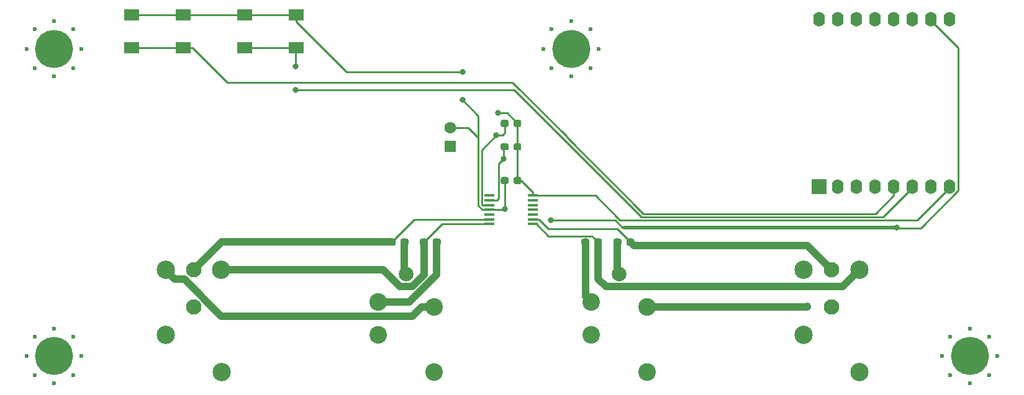
<source format=gbr>
G04 #@! TF.GenerationSoftware,KiCad,Pcbnew,5.1.4+dfsg1-1*
G04 #@! TF.CreationDate,2020-04-24T21:08:45-06:00*
G04 #@! TF.ProjectId,balanced-xlr,62616c61-6e63-4656-942d-786c722e6b69,rev?*
G04 #@! TF.SameCoordinates,Original*
G04 #@! TF.FileFunction,Copper,L1,Top*
G04 #@! TF.FilePolarity,Positive*
%FSLAX46Y46*%
G04 Gerber Fmt 4.6, Leading zero omitted, Abs format (unit mm)*
G04 Created by KiCad (PCBNEW 5.1.4+dfsg1-1) date 2020-04-24 21:08:45*
%MOMM*%
%LPD*%
G04 APERTURE LIST*
%ADD10C,1.600000*%
%ADD11R,1.600000X1.600000*%
%ADD12C,0.600000*%
%ADD13C,5.200000*%
%ADD14C,2.100000*%
%ADD15C,2.500000*%
%ADD16R,1.450000X0.450000*%
%ADD17O,1.600000X2.000000*%
%ADD18R,2.000000X2.000000*%
%ADD19R,2.000000X1.500000*%
%ADD20C,0.100000*%
%ADD21C,0.950000*%
%ADD22C,2.400000*%
%ADD23C,2.000000*%
%ADD24C,0.800000*%
%ADD25C,0.250000*%
%ADD26C,0.500000*%
%ADD27C,1.000000*%
G04 APERTURE END LIST*
D10*
X99500000Y-97000000D03*
D11*
X99500000Y-99500000D03*
D12*
X173000000Y-130800000D03*
X167700000Y-130800000D03*
X173000000Y-125500000D03*
X167700000Y-125500000D03*
X166600000Y-128150000D03*
X174100000Y-128150000D03*
X170350000Y-131900000D03*
X170350000Y-124400000D03*
D13*
X170350000Y-128150000D03*
D12*
X48150000Y-88850000D03*
X42850000Y-88850000D03*
X48150000Y-83550000D03*
X42850000Y-83550000D03*
X41750000Y-86200000D03*
X49250000Y-86200000D03*
X45500000Y-89950000D03*
X45500000Y-82450000D03*
D13*
X45500000Y-86200000D03*
D12*
X48150000Y-130800000D03*
X42850000Y-130800000D03*
X48150000Y-125500000D03*
X42850000Y-125500000D03*
X41750000Y-128150000D03*
X49250000Y-128150000D03*
X45500000Y-131900000D03*
X45500000Y-124400000D03*
D13*
X45500000Y-128150000D03*
D12*
X118650000Y-88850000D03*
X113350000Y-88850000D03*
X118650000Y-83550000D03*
X113350000Y-83550000D03*
X112250000Y-86200000D03*
X119750000Y-86200000D03*
X116000000Y-89950000D03*
X116000000Y-82450000D03*
D13*
X116000000Y-86200000D03*
D14*
X151500000Y-121500000D03*
X151500000Y-116420000D03*
D15*
X155300000Y-116420000D03*
X147700000Y-116420000D03*
X147690000Y-125310000D03*
X155310000Y-130390000D03*
D16*
X110750000Y-106250000D03*
X110750000Y-106900000D03*
X110750000Y-107550000D03*
X110750000Y-108200000D03*
X110750000Y-108850000D03*
X110750000Y-109500000D03*
X110750000Y-110150000D03*
X104850000Y-110150000D03*
X104850000Y-109500000D03*
X104850000Y-108850000D03*
X104850000Y-108200000D03*
X104850000Y-107550000D03*
X104850000Y-106900000D03*
X104850000Y-106250000D03*
D17*
X149800000Y-82140000D03*
X152340000Y-82140000D03*
X154880000Y-82140000D03*
X157420000Y-82140000D03*
X159960000Y-82140000D03*
X162500000Y-82140000D03*
X165040000Y-82140000D03*
X167580000Y-82140000D03*
X167580000Y-105000000D03*
X165040000Y-105000000D03*
X162500000Y-105000000D03*
X159960000Y-105000000D03*
X157420000Y-105000000D03*
X154880000Y-105000000D03*
D18*
X149800000Y-105000000D03*
D17*
X152340000Y-105000000D03*
D19*
X78500000Y-86050000D03*
X71500000Y-86050000D03*
X78500000Y-81550000D03*
X71500000Y-81550000D03*
X56100000Y-81550000D03*
X63100000Y-81550000D03*
X56100000Y-86050000D03*
X63100000Y-86050000D03*
D20*
G36*
X91835779Y-112126144D02*
G01*
X91858834Y-112129563D01*
X91881443Y-112135227D01*
X91903387Y-112143079D01*
X91924457Y-112153044D01*
X91944448Y-112165026D01*
X91963168Y-112178910D01*
X91980438Y-112194562D01*
X91996090Y-112211832D01*
X92009974Y-112230552D01*
X92021956Y-112250543D01*
X92031921Y-112271613D01*
X92039773Y-112293557D01*
X92045437Y-112316166D01*
X92048856Y-112339221D01*
X92050000Y-112362500D01*
X92050000Y-112837500D01*
X92048856Y-112860779D01*
X92045437Y-112883834D01*
X92039773Y-112906443D01*
X92031921Y-112928387D01*
X92021956Y-112949457D01*
X92009974Y-112969448D01*
X91996090Y-112988168D01*
X91980438Y-113005438D01*
X91963168Y-113021090D01*
X91944448Y-113034974D01*
X91924457Y-113046956D01*
X91903387Y-113056921D01*
X91881443Y-113064773D01*
X91858834Y-113070437D01*
X91835779Y-113073856D01*
X91812500Y-113075000D01*
X91237500Y-113075000D01*
X91214221Y-113073856D01*
X91191166Y-113070437D01*
X91168557Y-113064773D01*
X91146613Y-113056921D01*
X91125543Y-113046956D01*
X91105552Y-113034974D01*
X91086832Y-113021090D01*
X91069562Y-113005438D01*
X91053910Y-112988168D01*
X91040026Y-112969448D01*
X91028044Y-112949457D01*
X91018079Y-112928387D01*
X91010227Y-112906443D01*
X91004563Y-112883834D01*
X91001144Y-112860779D01*
X91000000Y-112837500D01*
X91000000Y-112362500D01*
X91001144Y-112339221D01*
X91004563Y-112316166D01*
X91010227Y-112293557D01*
X91018079Y-112271613D01*
X91028044Y-112250543D01*
X91040026Y-112230552D01*
X91053910Y-112211832D01*
X91069562Y-112194562D01*
X91086832Y-112178910D01*
X91105552Y-112165026D01*
X91125543Y-112153044D01*
X91146613Y-112143079D01*
X91168557Y-112135227D01*
X91191166Y-112129563D01*
X91214221Y-112126144D01*
X91237500Y-112125000D01*
X91812500Y-112125000D01*
X91835779Y-112126144D01*
X91835779Y-112126144D01*
G37*
D21*
X91525000Y-112600000D03*
D20*
G36*
X93585779Y-112126144D02*
G01*
X93608834Y-112129563D01*
X93631443Y-112135227D01*
X93653387Y-112143079D01*
X93674457Y-112153044D01*
X93694448Y-112165026D01*
X93713168Y-112178910D01*
X93730438Y-112194562D01*
X93746090Y-112211832D01*
X93759974Y-112230552D01*
X93771956Y-112250543D01*
X93781921Y-112271613D01*
X93789773Y-112293557D01*
X93795437Y-112316166D01*
X93798856Y-112339221D01*
X93800000Y-112362500D01*
X93800000Y-112837500D01*
X93798856Y-112860779D01*
X93795437Y-112883834D01*
X93789773Y-112906443D01*
X93781921Y-112928387D01*
X93771956Y-112949457D01*
X93759974Y-112969448D01*
X93746090Y-112988168D01*
X93730438Y-113005438D01*
X93713168Y-113021090D01*
X93694448Y-113034974D01*
X93674457Y-113046956D01*
X93653387Y-113056921D01*
X93631443Y-113064773D01*
X93608834Y-113070437D01*
X93585779Y-113073856D01*
X93562500Y-113075000D01*
X92987500Y-113075000D01*
X92964221Y-113073856D01*
X92941166Y-113070437D01*
X92918557Y-113064773D01*
X92896613Y-113056921D01*
X92875543Y-113046956D01*
X92855552Y-113034974D01*
X92836832Y-113021090D01*
X92819562Y-113005438D01*
X92803910Y-112988168D01*
X92790026Y-112969448D01*
X92778044Y-112949457D01*
X92768079Y-112928387D01*
X92760227Y-112906443D01*
X92754563Y-112883834D01*
X92751144Y-112860779D01*
X92750000Y-112837500D01*
X92750000Y-112362500D01*
X92751144Y-112339221D01*
X92754563Y-112316166D01*
X92760227Y-112293557D01*
X92768079Y-112271613D01*
X92778044Y-112250543D01*
X92790026Y-112230552D01*
X92803910Y-112211832D01*
X92819562Y-112194562D01*
X92836832Y-112178910D01*
X92855552Y-112165026D01*
X92875543Y-112153044D01*
X92896613Y-112143079D01*
X92918557Y-112135227D01*
X92941166Y-112129563D01*
X92964221Y-112126144D01*
X92987500Y-112125000D01*
X93562500Y-112125000D01*
X93585779Y-112126144D01*
X93585779Y-112126144D01*
G37*
D21*
X93275000Y-112600000D03*
D20*
G36*
X96235779Y-112126144D02*
G01*
X96258834Y-112129563D01*
X96281443Y-112135227D01*
X96303387Y-112143079D01*
X96324457Y-112153044D01*
X96344448Y-112165026D01*
X96363168Y-112178910D01*
X96380438Y-112194562D01*
X96396090Y-112211832D01*
X96409974Y-112230552D01*
X96421956Y-112250543D01*
X96431921Y-112271613D01*
X96439773Y-112293557D01*
X96445437Y-112316166D01*
X96448856Y-112339221D01*
X96450000Y-112362500D01*
X96450000Y-112837500D01*
X96448856Y-112860779D01*
X96445437Y-112883834D01*
X96439773Y-112906443D01*
X96431921Y-112928387D01*
X96421956Y-112949457D01*
X96409974Y-112969448D01*
X96396090Y-112988168D01*
X96380438Y-113005438D01*
X96363168Y-113021090D01*
X96344448Y-113034974D01*
X96324457Y-113046956D01*
X96303387Y-113056921D01*
X96281443Y-113064773D01*
X96258834Y-113070437D01*
X96235779Y-113073856D01*
X96212500Y-113075000D01*
X95637500Y-113075000D01*
X95614221Y-113073856D01*
X95591166Y-113070437D01*
X95568557Y-113064773D01*
X95546613Y-113056921D01*
X95525543Y-113046956D01*
X95505552Y-113034974D01*
X95486832Y-113021090D01*
X95469562Y-113005438D01*
X95453910Y-112988168D01*
X95440026Y-112969448D01*
X95428044Y-112949457D01*
X95418079Y-112928387D01*
X95410227Y-112906443D01*
X95404563Y-112883834D01*
X95401144Y-112860779D01*
X95400000Y-112837500D01*
X95400000Y-112362500D01*
X95401144Y-112339221D01*
X95404563Y-112316166D01*
X95410227Y-112293557D01*
X95418079Y-112271613D01*
X95428044Y-112250543D01*
X95440026Y-112230552D01*
X95453910Y-112211832D01*
X95469562Y-112194562D01*
X95486832Y-112178910D01*
X95505552Y-112165026D01*
X95525543Y-112153044D01*
X95546613Y-112143079D01*
X95568557Y-112135227D01*
X95591166Y-112129563D01*
X95614221Y-112126144D01*
X95637500Y-112125000D01*
X96212500Y-112125000D01*
X96235779Y-112126144D01*
X96235779Y-112126144D01*
G37*
D21*
X95925000Y-112600000D03*
D20*
G36*
X97985779Y-112126144D02*
G01*
X98008834Y-112129563D01*
X98031443Y-112135227D01*
X98053387Y-112143079D01*
X98074457Y-112153044D01*
X98094448Y-112165026D01*
X98113168Y-112178910D01*
X98130438Y-112194562D01*
X98146090Y-112211832D01*
X98159974Y-112230552D01*
X98171956Y-112250543D01*
X98181921Y-112271613D01*
X98189773Y-112293557D01*
X98195437Y-112316166D01*
X98198856Y-112339221D01*
X98200000Y-112362500D01*
X98200000Y-112837500D01*
X98198856Y-112860779D01*
X98195437Y-112883834D01*
X98189773Y-112906443D01*
X98181921Y-112928387D01*
X98171956Y-112949457D01*
X98159974Y-112969448D01*
X98146090Y-112988168D01*
X98130438Y-113005438D01*
X98113168Y-113021090D01*
X98094448Y-113034974D01*
X98074457Y-113046956D01*
X98053387Y-113056921D01*
X98031443Y-113064773D01*
X98008834Y-113070437D01*
X97985779Y-113073856D01*
X97962500Y-113075000D01*
X97387500Y-113075000D01*
X97364221Y-113073856D01*
X97341166Y-113070437D01*
X97318557Y-113064773D01*
X97296613Y-113056921D01*
X97275543Y-113046956D01*
X97255552Y-113034974D01*
X97236832Y-113021090D01*
X97219562Y-113005438D01*
X97203910Y-112988168D01*
X97190026Y-112969448D01*
X97178044Y-112949457D01*
X97168079Y-112928387D01*
X97160227Y-112906443D01*
X97154563Y-112883834D01*
X97151144Y-112860779D01*
X97150000Y-112837500D01*
X97150000Y-112362500D01*
X97151144Y-112339221D01*
X97154563Y-112316166D01*
X97160227Y-112293557D01*
X97168079Y-112271613D01*
X97178044Y-112250543D01*
X97190026Y-112230552D01*
X97203910Y-112211832D01*
X97219562Y-112194562D01*
X97236832Y-112178910D01*
X97255552Y-112165026D01*
X97275543Y-112153044D01*
X97296613Y-112143079D01*
X97318557Y-112135227D01*
X97341166Y-112129563D01*
X97364221Y-112126144D01*
X97387500Y-112125000D01*
X97962500Y-112125000D01*
X97985779Y-112126144D01*
X97985779Y-112126144D01*
G37*
D21*
X97675000Y-112600000D03*
D20*
G36*
X122635779Y-112126144D02*
G01*
X122658834Y-112129563D01*
X122681443Y-112135227D01*
X122703387Y-112143079D01*
X122724457Y-112153044D01*
X122744448Y-112165026D01*
X122763168Y-112178910D01*
X122780438Y-112194562D01*
X122796090Y-112211832D01*
X122809974Y-112230552D01*
X122821956Y-112250543D01*
X122831921Y-112271613D01*
X122839773Y-112293557D01*
X122845437Y-112316166D01*
X122848856Y-112339221D01*
X122850000Y-112362500D01*
X122850000Y-112837500D01*
X122848856Y-112860779D01*
X122845437Y-112883834D01*
X122839773Y-112906443D01*
X122831921Y-112928387D01*
X122821956Y-112949457D01*
X122809974Y-112969448D01*
X122796090Y-112988168D01*
X122780438Y-113005438D01*
X122763168Y-113021090D01*
X122744448Y-113034974D01*
X122724457Y-113046956D01*
X122703387Y-113056921D01*
X122681443Y-113064773D01*
X122658834Y-113070437D01*
X122635779Y-113073856D01*
X122612500Y-113075000D01*
X122037500Y-113075000D01*
X122014221Y-113073856D01*
X121991166Y-113070437D01*
X121968557Y-113064773D01*
X121946613Y-113056921D01*
X121925543Y-113046956D01*
X121905552Y-113034974D01*
X121886832Y-113021090D01*
X121869562Y-113005438D01*
X121853910Y-112988168D01*
X121840026Y-112969448D01*
X121828044Y-112949457D01*
X121818079Y-112928387D01*
X121810227Y-112906443D01*
X121804563Y-112883834D01*
X121801144Y-112860779D01*
X121800000Y-112837500D01*
X121800000Y-112362500D01*
X121801144Y-112339221D01*
X121804563Y-112316166D01*
X121810227Y-112293557D01*
X121818079Y-112271613D01*
X121828044Y-112250543D01*
X121840026Y-112230552D01*
X121853910Y-112211832D01*
X121869562Y-112194562D01*
X121886832Y-112178910D01*
X121905552Y-112165026D01*
X121925543Y-112153044D01*
X121946613Y-112143079D01*
X121968557Y-112135227D01*
X121991166Y-112129563D01*
X122014221Y-112126144D01*
X122037500Y-112125000D01*
X122612500Y-112125000D01*
X122635779Y-112126144D01*
X122635779Y-112126144D01*
G37*
D21*
X122325000Y-112600000D03*
D20*
G36*
X124385779Y-112126144D02*
G01*
X124408834Y-112129563D01*
X124431443Y-112135227D01*
X124453387Y-112143079D01*
X124474457Y-112153044D01*
X124494448Y-112165026D01*
X124513168Y-112178910D01*
X124530438Y-112194562D01*
X124546090Y-112211832D01*
X124559974Y-112230552D01*
X124571956Y-112250543D01*
X124581921Y-112271613D01*
X124589773Y-112293557D01*
X124595437Y-112316166D01*
X124598856Y-112339221D01*
X124600000Y-112362500D01*
X124600000Y-112837500D01*
X124598856Y-112860779D01*
X124595437Y-112883834D01*
X124589773Y-112906443D01*
X124581921Y-112928387D01*
X124571956Y-112949457D01*
X124559974Y-112969448D01*
X124546090Y-112988168D01*
X124530438Y-113005438D01*
X124513168Y-113021090D01*
X124494448Y-113034974D01*
X124474457Y-113046956D01*
X124453387Y-113056921D01*
X124431443Y-113064773D01*
X124408834Y-113070437D01*
X124385779Y-113073856D01*
X124362500Y-113075000D01*
X123787500Y-113075000D01*
X123764221Y-113073856D01*
X123741166Y-113070437D01*
X123718557Y-113064773D01*
X123696613Y-113056921D01*
X123675543Y-113046956D01*
X123655552Y-113034974D01*
X123636832Y-113021090D01*
X123619562Y-113005438D01*
X123603910Y-112988168D01*
X123590026Y-112969448D01*
X123578044Y-112949457D01*
X123568079Y-112928387D01*
X123560227Y-112906443D01*
X123554563Y-112883834D01*
X123551144Y-112860779D01*
X123550000Y-112837500D01*
X123550000Y-112362500D01*
X123551144Y-112339221D01*
X123554563Y-112316166D01*
X123560227Y-112293557D01*
X123568079Y-112271613D01*
X123578044Y-112250543D01*
X123590026Y-112230552D01*
X123603910Y-112211832D01*
X123619562Y-112194562D01*
X123636832Y-112178910D01*
X123655552Y-112165026D01*
X123675543Y-112153044D01*
X123696613Y-112143079D01*
X123718557Y-112135227D01*
X123741166Y-112129563D01*
X123764221Y-112126144D01*
X123787500Y-112125000D01*
X124362500Y-112125000D01*
X124385779Y-112126144D01*
X124385779Y-112126144D01*
G37*
D21*
X124075000Y-112600000D03*
D20*
G36*
X119985779Y-112126144D02*
G01*
X120008834Y-112129563D01*
X120031443Y-112135227D01*
X120053387Y-112143079D01*
X120074457Y-112153044D01*
X120094448Y-112165026D01*
X120113168Y-112178910D01*
X120130438Y-112194562D01*
X120146090Y-112211832D01*
X120159974Y-112230552D01*
X120171956Y-112250543D01*
X120181921Y-112271613D01*
X120189773Y-112293557D01*
X120195437Y-112316166D01*
X120198856Y-112339221D01*
X120200000Y-112362500D01*
X120200000Y-112837500D01*
X120198856Y-112860779D01*
X120195437Y-112883834D01*
X120189773Y-112906443D01*
X120181921Y-112928387D01*
X120171956Y-112949457D01*
X120159974Y-112969448D01*
X120146090Y-112988168D01*
X120130438Y-113005438D01*
X120113168Y-113021090D01*
X120094448Y-113034974D01*
X120074457Y-113046956D01*
X120053387Y-113056921D01*
X120031443Y-113064773D01*
X120008834Y-113070437D01*
X119985779Y-113073856D01*
X119962500Y-113075000D01*
X119387500Y-113075000D01*
X119364221Y-113073856D01*
X119341166Y-113070437D01*
X119318557Y-113064773D01*
X119296613Y-113056921D01*
X119275543Y-113046956D01*
X119255552Y-113034974D01*
X119236832Y-113021090D01*
X119219562Y-113005438D01*
X119203910Y-112988168D01*
X119190026Y-112969448D01*
X119178044Y-112949457D01*
X119168079Y-112928387D01*
X119160227Y-112906443D01*
X119154563Y-112883834D01*
X119151144Y-112860779D01*
X119150000Y-112837500D01*
X119150000Y-112362500D01*
X119151144Y-112339221D01*
X119154563Y-112316166D01*
X119160227Y-112293557D01*
X119168079Y-112271613D01*
X119178044Y-112250543D01*
X119190026Y-112230552D01*
X119203910Y-112211832D01*
X119219562Y-112194562D01*
X119236832Y-112178910D01*
X119255552Y-112165026D01*
X119275543Y-112153044D01*
X119296613Y-112143079D01*
X119318557Y-112135227D01*
X119341166Y-112129563D01*
X119364221Y-112126144D01*
X119387500Y-112125000D01*
X119962500Y-112125000D01*
X119985779Y-112126144D01*
X119985779Y-112126144D01*
G37*
D21*
X119675000Y-112600000D03*
D20*
G36*
X118235779Y-112126144D02*
G01*
X118258834Y-112129563D01*
X118281443Y-112135227D01*
X118303387Y-112143079D01*
X118324457Y-112153044D01*
X118344448Y-112165026D01*
X118363168Y-112178910D01*
X118380438Y-112194562D01*
X118396090Y-112211832D01*
X118409974Y-112230552D01*
X118421956Y-112250543D01*
X118431921Y-112271613D01*
X118439773Y-112293557D01*
X118445437Y-112316166D01*
X118448856Y-112339221D01*
X118450000Y-112362500D01*
X118450000Y-112837500D01*
X118448856Y-112860779D01*
X118445437Y-112883834D01*
X118439773Y-112906443D01*
X118431921Y-112928387D01*
X118421956Y-112949457D01*
X118409974Y-112969448D01*
X118396090Y-112988168D01*
X118380438Y-113005438D01*
X118363168Y-113021090D01*
X118344448Y-113034974D01*
X118324457Y-113046956D01*
X118303387Y-113056921D01*
X118281443Y-113064773D01*
X118258834Y-113070437D01*
X118235779Y-113073856D01*
X118212500Y-113075000D01*
X117637500Y-113075000D01*
X117614221Y-113073856D01*
X117591166Y-113070437D01*
X117568557Y-113064773D01*
X117546613Y-113056921D01*
X117525543Y-113046956D01*
X117505552Y-113034974D01*
X117486832Y-113021090D01*
X117469562Y-113005438D01*
X117453910Y-112988168D01*
X117440026Y-112969448D01*
X117428044Y-112949457D01*
X117418079Y-112928387D01*
X117410227Y-112906443D01*
X117404563Y-112883834D01*
X117401144Y-112860779D01*
X117400000Y-112837500D01*
X117400000Y-112362500D01*
X117401144Y-112339221D01*
X117404563Y-112316166D01*
X117410227Y-112293557D01*
X117418079Y-112271613D01*
X117428044Y-112250543D01*
X117440026Y-112230552D01*
X117453910Y-112211832D01*
X117469562Y-112194562D01*
X117486832Y-112178910D01*
X117505552Y-112165026D01*
X117525543Y-112153044D01*
X117546613Y-112143079D01*
X117568557Y-112135227D01*
X117591166Y-112129563D01*
X117614221Y-112126144D01*
X117637500Y-112125000D01*
X118212500Y-112125000D01*
X118235779Y-112126144D01*
X118235779Y-112126144D01*
G37*
D21*
X117925000Y-112600000D03*
D20*
G36*
X107235779Y-95926144D02*
G01*
X107258834Y-95929563D01*
X107281443Y-95935227D01*
X107303387Y-95943079D01*
X107324457Y-95953044D01*
X107344448Y-95965026D01*
X107363168Y-95978910D01*
X107380438Y-95994562D01*
X107396090Y-96011832D01*
X107409974Y-96030552D01*
X107421956Y-96050543D01*
X107431921Y-96071613D01*
X107439773Y-96093557D01*
X107445437Y-96116166D01*
X107448856Y-96139221D01*
X107450000Y-96162500D01*
X107450000Y-96637500D01*
X107448856Y-96660779D01*
X107445437Y-96683834D01*
X107439773Y-96706443D01*
X107431921Y-96728387D01*
X107421956Y-96749457D01*
X107409974Y-96769448D01*
X107396090Y-96788168D01*
X107380438Y-96805438D01*
X107363168Y-96821090D01*
X107344448Y-96834974D01*
X107324457Y-96846956D01*
X107303387Y-96856921D01*
X107281443Y-96864773D01*
X107258834Y-96870437D01*
X107235779Y-96873856D01*
X107212500Y-96875000D01*
X106637500Y-96875000D01*
X106614221Y-96873856D01*
X106591166Y-96870437D01*
X106568557Y-96864773D01*
X106546613Y-96856921D01*
X106525543Y-96846956D01*
X106505552Y-96834974D01*
X106486832Y-96821090D01*
X106469562Y-96805438D01*
X106453910Y-96788168D01*
X106440026Y-96769448D01*
X106428044Y-96749457D01*
X106418079Y-96728387D01*
X106410227Y-96706443D01*
X106404563Y-96683834D01*
X106401144Y-96660779D01*
X106400000Y-96637500D01*
X106400000Y-96162500D01*
X106401144Y-96139221D01*
X106404563Y-96116166D01*
X106410227Y-96093557D01*
X106418079Y-96071613D01*
X106428044Y-96050543D01*
X106440026Y-96030552D01*
X106453910Y-96011832D01*
X106469562Y-95994562D01*
X106486832Y-95978910D01*
X106505552Y-95965026D01*
X106525543Y-95953044D01*
X106546613Y-95943079D01*
X106568557Y-95935227D01*
X106591166Y-95929563D01*
X106614221Y-95926144D01*
X106637500Y-95925000D01*
X107212500Y-95925000D01*
X107235779Y-95926144D01*
X107235779Y-95926144D01*
G37*
D21*
X106925000Y-96400000D03*
D20*
G36*
X108985779Y-95926144D02*
G01*
X109008834Y-95929563D01*
X109031443Y-95935227D01*
X109053387Y-95943079D01*
X109074457Y-95953044D01*
X109094448Y-95965026D01*
X109113168Y-95978910D01*
X109130438Y-95994562D01*
X109146090Y-96011832D01*
X109159974Y-96030552D01*
X109171956Y-96050543D01*
X109181921Y-96071613D01*
X109189773Y-96093557D01*
X109195437Y-96116166D01*
X109198856Y-96139221D01*
X109200000Y-96162500D01*
X109200000Y-96637500D01*
X109198856Y-96660779D01*
X109195437Y-96683834D01*
X109189773Y-96706443D01*
X109181921Y-96728387D01*
X109171956Y-96749457D01*
X109159974Y-96769448D01*
X109146090Y-96788168D01*
X109130438Y-96805438D01*
X109113168Y-96821090D01*
X109094448Y-96834974D01*
X109074457Y-96846956D01*
X109053387Y-96856921D01*
X109031443Y-96864773D01*
X109008834Y-96870437D01*
X108985779Y-96873856D01*
X108962500Y-96875000D01*
X108387500Y-96875000D01*
X108364221Y-96873856D01*
X108341166Y-96870437D01*
X108318557Y-96864773D01*
X108296613Y-96856921D01*
X108275543Y-96846956D01*
X108255552Y-96834974D01*
X108236832Y-96821090D01*
X108219562Y-96805438D01*
X108203910Y-96788168D01*
X108190026Y-96769448D01*
X108178044Y-96749457D01*
X108168079Y-96728387D01*
X108160227Y-96706443D01*
X108154563Y-96683834D01*
X108151144Y-96660779D01*
X108150000Y-96637500D01*
X108150000Y-96162500D01*
X108151144Y-96139221D01*
X108154563Y-96116166D01*
X108160227Y-96093557D01*
X108168079Y-96071613D01*
X108178044Y-96050543D01*
X108190026Y-96030552D01*
X108203910Y-96011832D01*
X108219562Y-95994562D01*
X108236832Y-95978910D01*
X108255552Y-95965026D01*
X108275543Y-95953044D01*
X108296613Y-95943079D01*
X108318557Y-95935227D01*
X108341166Y-95929563D01*
X108364221Y-95926144D01*
X108387500Y-95925000D01*
X108962500Y-95925000D01*
X108985779Y-95926144D01*
X108985779Y-95926144D01*
G37*
D21*
X108675000Y-96400000D03*
D20*
G36*
X107235779Y-99126144D02*
G01*
X107258834Y-99129563D01*
X107281443Y-99135227D01*
X107303387Y-99143079D01*
X107324457Y-99153044D01*
X107344448Y-99165026D01*
X107363168Y-99178910D01*
X107380438Y-99194562D01*
X107396090Y-99211832D01*
X107409974Y-99230552D01*
X107421956Y-99250543D01*
X107431921Y-99271613D01*
X107439773Y-99293557D01*
X107445437Y-99316166D01*
X107448856Y-99339221D01*
X107450000Y-99362500D01*
X107450000Y-99837500D01*
X107448856Y-99860779D01*
X107445437Y-99883834D01*
X107439773Y-99906443D01*
X107431921Y-99928387D01*
X107421956Y-99949457D01*
X107409974Y-99969448D01*
X107396090Y-99988168D01*
X107380438Y-100005438D01*
X107363168Y-100021090D01*
X107344448Y-100034974D01*
X107324457Y-100046956D01*
X107303387Y-100056921D01*
X107281443Y-100064773D01*
X107258834Y-100070437D01*
X107235779Y-100073856D01*
X107212500Y-100075000D01*
X106637500Y-100075000D01*
X106614221Y-100073856D01*
X106591166Y-100070437D01*
X106568557Y-100064773D01*
X106546613Y-100056921D01*
X106525543Y-100046956D01*
X106505552Y-100034974D01*
X106486832Y-100021090D01*
X106469562Y-100005438D01*
X106453910Y-99988168D01*
X106440026Y-99969448D01*
X106428044Y-99949457D01*
X106418079Y-99928387D01*
X106410227Y-99906443D01*
X106404563Y-99883834D01*
X106401144Y-99860779D01*
X106400000Y-99837500D01*
X106400000Y-99362500D01*
X106401144Y-99339221D01*
X106404563Y-99316166D01*
X106410227Y-99293557D01*
X106418079Y-99271613D01*
X106428044Y-99250543D01*
X106440026Y-99230552D01*
X106453910Y-99211832D01*
X106469562Y-99194562D01*
X106486832Y-99178910D01*
X106505552Y-99165026D01*
X106525543Y-99153044D01*
X106546613Y-99143079D01*
X106568557Y-99135227D01*
X106591166Y-99129563D01*
X106614221Y-99126144D01*
X106637500Y-99125000D01*
X107212500Y-99125000D01*
X107235779Y-99126144D01*
X107235779Y-99126144D01*
G37*
D21*
X106925000Y-99600000D03*
D20*
G36*
X108985779Y-99126144D02*
G01*
X109008834Y-99129563D01*
X109031443Y-99135227D01*
X109053387Y-99143079D01*
X109074457Y-99153044D01*
X109094448Y-99165026D01*
X109113168Y-99178910D01*
X109130438Y-99194562D01*
X109146090Y-99211832D01*
X109159974Y-99230552D01*
X109171956Y-99250543D01*
X109181921Y-99271613D01*
X109189773Y-99293557D01*
X109195437Y-99316166D01*
X109198856Y-99339221D01*
X109200000Y-99362500D01*
X109200000Y-99837500D01*
X109198856Y-99860779D01*
X109195437Y-99883834D01*
X109189773Y-99906443D01*
X109181921Y-99928387D01*
X109171956Y-99949457D01*
X109159974Y-99969448D01*
X109146090Y-99988168D01*
X109130438Y-100005438D01*
X109113168Y-100021090D01*
X109094448Y-100034974D01*
X109074457Y-100046956D01*
X109053387Y-100056921D01*
X109031443Y-100064773D01*
X109008834Y-100070437D01*
X108985779Y-100073856D01*
X108962500Y-100075000D01*
X108387500Y-100075000D01*
X108364221Y-100073856D01*
X108341166Y-100070437D01*
X108318557Y-100064773D01*
X108296613Y-100056921D01*
X108275543Y-100046956D01*
X108255552Y-100034974D01*
X108236832Y-100021090D01*
X108219562Y-100005438D01*
X108203910Y-99988168D01*
X108190026Y-99969448D01*
X108178044Y-99949457D01*
X108168079Y-99928387D01*
X108160227Y-99906443D01*
X108154563Y-99883834D01*
X108151144Y-99860779D01*
X108150000Y-99837500D01*
X108150000Y-99362500D01*
X108151144Y-99339221D01*
X108154563Y-99316166D01*
X108160227Y-99293557D01*
X108168079Y-99271613D01*
X108178044Y-99250543D01*
X108190026Y-99230552D01*
X108203910Y-99211832D01*
X108219562Y-99194562D01*
X108236832Y-99178910D01*
X108255552Y-99165026D01*
X108275543Y-99153044D01*
X108296613Y-99143079D01*
X108318557Y-99135227D01*
X108341166Y-99129563D01*
X108364221Y-99126144D01*
X108387500Y-99125000D01*
X108962500Y-99125000D01*
X108985779Y-99126144D01*
X108985779Y-99126144D01*
G37*
D21*
X108675000Y-99600000D03*
D14*
X64500000Y-121500000D03*
X64500000Y-116420000D03*
D15*
X68300000Y-116420000D03*
X60700000Y-116420000D03*
X60690000Y-125310000D03*
X68310000Y-130390000D03*
D22*
X118690000Y-125260000D03*
X126310000Y-130340000D03*
X118690000Y-120815000D03*
X126310000Y-121450000D03*
D23*
X122500000Y-117000000D03*
D22*
X89690000Y-125260000D03*
X97310000Y-130340000D03*
X89690000Y-120815000D03*
X97310000Y-121450000D03*
D23*
X93500000Y-117000000D03*
D20*
G36*
X107235779Y-103726144D02*
G01*
X107258834Y-103729563D01*
X107281443Y-103735227D01*
X107303387Y-103743079D01*
X107324457Y-103753044D01*
X107344448Y-103765026D01*
X107363168Y-103778910D01*
X107380438Y-103794562D01*
X107396090Y-103811832D01*
X107409974Y-103830552D01*
X107421956Y-103850543D01*
X107431921Y-103871613D01*
X107439773Y-103893557D01*
X107445437Y-103916166D01*
X107448856Y-103939221D01*
X107450000Y-103962500D01*
X107450000Y-104437500D01*
X107448856Y-104460779D01*
X107445437Y-104483834D01*
X107439773Y-104506443D01*
X107431921Y-104528387D01*
X107421956Y-104549457D01*
X107409974Y-104569448D01*
X107396090Y-104588168D01*
X107380438Y-104605438D01*
X107363168Y-104621090D01*
X107344448Y-104634974D01*
X107324457Y-104646956D01*
X107303387Y-104656921D01*
X107281443Y-104664773D01*
X107258834Y-104670437D01*
X107235779Y-104673856D01*
X107212500Y-104675000D01*
X106637500Y-104675000D01*
X106614221Y-104673856D01*
X106591166Y-104670437D01*
X106568557Y-104664773D01*
X106546613Y-104656921D01*
X106525543Y-104646956D01*
X106505552Y-104634974D01*
X106486832Y-104621090D01*
X106469562Y-104605438D01*
X106453910Y-104588168D01*
X106440026Y-104569448D01*
X106428044Y-104549457D01*
X106418079Y-104528387D01*
X106410227Y-104506443D01*
X106404563Y-104483834D01*
X106401144Y-104460779D01*
X106400000Y-104437500D01*
X106400000Y-103962500D01*
X106401144Y-103939221D01*
X106404563Y-103916166D01*
X106410227Y-103893557D01*
X106418079Y-103871613D01*
X106428044Y-103850543D01*
X106440026Y-103830552D01*
X106453910Y-103811832D01*
X106469562Y-103794562D01*
X106486832Y-103778910D01*
X106505552Y-103765026D01*
X106525543Y-103753044D01*
X106546613Y-103743079D01*
X106568557Y-103735227D01*
X106591166Y-103729563D01*
X106614221Y-103726144D01*
X106637500Y-103725000D01*
X107212500Y-103725000D01*
X107235779Y-103726144D01*
X107235779Y-103726144D01*
G37*
D21*
X106925000Y-104200000D03*
D20*
G36*
X108985779Y-103726144D02*
G01*
X109008834Y-103729563D01*
X109031443Y-103735227D01*
X109053387Y-103743079D01*
X109074457Y-103753044D01*
X109094448Y-103765026D01*
X109113168Y-103778910D01*
X109130438Y-103794562D01*
X109146090Y-103811832D01*
X109159974Y-103830552D01*
X109171956Y-103850543D01*
X109181921Y-103871613D01*
X109189773Y-103893557D01*
X109195437Y-103916166D01*
X109198856Y-103939221D01*
X109200000Y-103962500D01*
X109200000Y-104437500D01*
X109198856Y-104460779D01*
X109195437Y-104483834D01*
X109189773Y-104506443D01*
X109181921Y-104528387D01*
X109171956Y-104549457D01*
X109159974Y-104569448D01*
X109146090Y-104588168D01*
X109130438Y-104605438D01*
X109113168Y-104621090D01*
X109094448Y-104634974D01*
X109074457Y-104646956D01*
X109053387Y-104656921D01*
X109031443Y-104664773D01*
X109008834Y-104670437D01*
X108985779Y-104673856D01*
X108962500Y-104675000D01*
X108387500Y-104675000D01*
X108364221Y-104673856D01*
X108341166Y-104670437D01*
X108318557Y-104664773D01*
X108296613Y-104656921D01*
X108275543Y-104646956D01*
X108255552Y-104634974D01*
X108236832Y-104621090D01*
X108219562Y-104605438D01*
X108203910Y-104588168D01*
X108190026Y-104569448D01*
X108178044Y-104549457D01*
X108168079Y-104528387D01*
X108160227Y-104506443D01*
X108154563Y-104483834D01*
X108151144Y-104460779D01*
X108150000Y-104437500D01*
X108150000Y-103962500D01*
X108151144Y-103939221D01*
X108154563Y-103916166D01*
X108160227Y-103893557D01*
X108168079Y-103871613D01*
X108178044Y-103850543D01*
X108190026Y-103830552D01*
X108203910Y-103811832D01*
X108219562Y-103794562D01*
X108236832Y-103778910D01*
X108255552Y-103765026D01*
X108275543Y-103753044D01*
X108296613Y-103743079D01*
X108318557Y-103735227D01*
X108341166Y-103729563D01*
X108364221Y-103726144D01*
X108387500Y-103725000D01*
X108962500Y-103725000D01*
X108985779Y-103726144D01*
X108985779Y-103726144D01*
G37*
D21*
X108675000Y-104200000D03*
D24*
X101200000Y-93200000D03*
X101200000Y-89400000D03*
X160400000Y-110600000D03*
X106925000Y-108075000D03*
X113250010Y-109650010D03*
X106000000Y-95000000D03*
X148200000Y-121400000D03*
X106800000Y-101200000D03*
X105800000Y-98000000D03*
X78400000Y-91800000D03*
X78400000Y-88600000D03*
D25*
X165040000Y-82340000D02*
X168800000Y-86100000D01*
X165040000Y-82140000D02*
X165040000Y-82340000D01*
X168800000Y-86100000D02*
X168800000Y-105571004D01*
X168800000Y-105571004D02*
X163671003Y-110700001D01*
X103875000Y-108200000D02*
X103788591Y-108113591D01*
X103788591Y-108113591D02*
X103788591Y-108100001D01*
X103788591Y-108100001D02*
X103349989Y-107661399D01*
X103349991Y-95349991D02*
X101200000Y-93200000D01*
X104850000Y-108200000D02*
X103875000Y-108200000D01*
X78500000Y-82550000D02*
X78500000Y-81550000D01*
X101200000Y-89400000D02*
X85350000Y-89400000D01*
X85350000Y-89400000D02*
X78500000Y-82550000D01*
X78500000Y-81550000D02*
X71500000Y-81550000D01*
X70250000Y-81550000D02*
X63100000Y-81550000D01*
X71500000Y-81550000D02*
X70250000Y-81550000D01*
X63100000Y-81550000D02*
X56100000Y-81550000D01*
X163671003Y-110700001D02*
X160500001Y-110700001D01*
X160500001Y-110700001D02*
X160400000Y-110600000D01*
X106925000Y-108075000D02*
X106925000Y-104200000D01*
X106800000Y-108200000D02*
X104850000Y-108200000D01*
X106925000Y-108075000D02*
X106800000Y-108200000D01*
D26*
X160400000Y-110600000D02*
X123200000Y-110600000D01*
D25*
X123200000Y-110600000D02*
X123000000Y-110600000D01*
X122050010Y-109650010D02*
X113250010Y-109650010D01*
X123000000Y-110600000D02*
X122050010Y-109650010D01*
X103349991Y-98349991D02*
X102000000Y-97000000D01*
X103349989Y-107661399D02*
X103349991Y-98349991D01*
X103349991Y-98349991D02*
X103349991Y-95349991D01*
X102000000Y-97000000D02*
X99500000Y-97000000D01*
X109175000Y-104200000D02*
X108675000Y-104200000D01*
X110750000Y-106250000D02*
X110750000Y-105775000D01*
X110750000Y-105775000D02*
X109175000Y-104200000D01*
X108675000Y-104200000D02*
X108675000Y-99600000D01*
X108675000Y-99025000D02*
X108675000Y-96400000D01*
X108675000Y-99600000D02*
X108675000Y-99025000D01*
X122386400Y-109349989D02*
X119286411Y-106250000D01*
X119286411Y-106250000D02*
X111725000Y-106250000D01*
X167580000Y-105200000D02*
X163154969Y-109625031D01*
X122661441Y-109625031D02*
X122386400Y-109349989D01*
X163154969Y-109625031D02*
X122661441Y-109625031D01*
X167580000Y-105000000D02*
X167580000Y-105200000D01*
X111725000Y-106250000D02*
X110750000Y-106250000D01*
X107275000Y-95000000D02*
X108675000Y-96400000D01*
X106000000Y-95000000D02*
X107275000Y-95000000D01*
D27*
X93898073Y-120815000D02*
X91387056Y-120815000D01*
X97675000Y-117038073D02*
X93898073Y-120815000D01*
X91387056Y-120815000D02*
X89690000Y-120815000D01*
X97675000Y-112600000D02*
X97675000Y-117038073D01*
X61949999Y-117669999D02*
X60700000Y-116420000D01*
X95612944Y-121450000D02*
X94347943Y-122715001D01*
X94347943Y-122715001D02*
X68305003Y-122715001D01*
X63260001Y-117669999D02*
X61949999Y-117669999D01*
X97310000Y-121450000D02*
X95612944Y-121450000D01*
X68305003Y-122715001D02*
X63260001Y-117669999D01*
X93275000Y-116775000D02*
X93500000Y-117000000D01*
X93275000Y-112600000D02*
X93275000Y-116775000D01*
X118690000Y-120815000D02*
X117925000Y-120050000D01*
X117925000Y-120050000D02*
X117925000Y-112600000D01*
X126310000Y-121450000D02*
X148150000Y-121450000D01*
X148150000Y-121450000D02*
X148200000Y-121400000D01*
X122325000Y-116825000D02*
X122500000Y-117000000D01*
X122325000Y-112600000D02*
X122325000Y-116825000D01*
D25*
X94625000Y-109500000D02*
X91525000Y-112600000D01*
X104850000Y-109500000D02*
X94625000Y-109500000D01*
D27*
X68320000Y-112600000D02*
X64500000Y-116420000D01*
X91525000Y-112600000D02*
X68320000Y-112600000D01*
D25*
X98375000Y-110150000D02*
X95925000Y-112600000D01*
X104850000Y-110150000D02*
X98375000Y-110150000D01*
D27*
X95925000Y-113175000D02*
X95925000Y-112600000D01*
X95925000Y-117091002D02*
X95925000Y-113175000D01*
X94316001Y-118700001D02*
X95925000Y-117091002D01*
X92683999Y-118700001D02*
X94316001Y-118700001D01*
X90403998Y-116420000D02*
X92683999Y-118700001D01*
X68300000Y-116420000D02*
X90403998Y-116420000D01*
X153019999Y-118700001D02*
X154050001Y-117669999D01*
X120747999Y-118700001D02*
X153019999Y-118700001D01*
X154050001Y-117669999D02*
X155300000Y-116420000D01*
X119675000Y-112600000D02*
X119675000Y-117627002D01*
X119675000Y-117627002D02*
X120747999Y-118700001D01*
D25*
X111250000Y-110150000D02*
X112874989Y-111774989D01*
X119175928Y-112100928D02*
X119675000Y-112600000D01*
X118849989Y-111774989D02*
X119175928Y-112100928D01*
X110750000Y-110150000D02*
X111250000Y-110150000D01*
X112874989Y-111774989D02*
X118849989Y-111774989D01*
X106800000Y-99725000D02*
X106925000Y-99600000D01*
X106800000Y-101200000D02*
X106800000Y-99725000D01*
X106074990Y-106650010D02*
X105825000Y-106900000D01*
X105825000Y-106900000D02*
X104850000Y-106900000D01*
X106800000Y-101200000D02*
X106074990Y-101925010D01*
X106074990Y-101925010D02*
X106074990Y-106650010D01*
X105800000Y-98000000D02*
X106600000Y-98000000D01*
X106925000Y-97675000D02*
X106925000Y-96400000D01*
X106600000Y-98000000D02*
X106925000Y-97675000D01*
X103875000Y-107550000D02*
X104850000Y-107550000D01*
X103799999Y-107474999D02*
X103875000Y-107550000D01*
X105800000Y-98000000D02*
X103799999Y-100000001D01*
X103799999Y-100000001D02*
X103799999Y-107474999D01*
D27*
X150450001Y-115370001D02*
X151500000Y-116420000D01*
X148179072Y-113099072D02*
X150450001Y-115370001D01*
X124075000Y-112600000D02*
X124574072Y-113099072D01*
X124574072Y-113099072D02*
X148179072Y-113099072D01*
D25*
X111626996Y-109500000D02*
X112926996Y-110800000D01*
X112926996Y-110800000D02*
X122275000Y-110800000D01*
X110750000Y-109500000D02*
X111626996Y-109500000D01*
X123575928Y-112100928D02*
X124075000Y-112600000D01*
X122275000Y-110800000D02*
X123575928Y-112100928D01*
X125865374Y-108725010D02*
X115400000Y-98259636D01*
X157484990Y-108725010D02*
X125865374Y-108725010D01*
X159960000Y-105000000D02*
X159960000Y-106250000D01*
X159960000Y-106250000D02*
X157484990Y-108725010D01*
X115400000Y-98259636D02*
X115400000Y-98200000D01*
X115400000Y-98200000D02*
X108000000Y-90800000D01*
X108000000Y-90800000D02*
X69100000Y-90800000D01*
X64350000Y-86050000D02*
X63100000Y-86050000D01*
X69100000Y-90800000D02*
X64350000Y-86050000D01*
X56100000Y-86050000D02*
X63100000Y-86050000D01*
X78400000Y-86150000D02*
X78500000Y-86050000D01*
X78400000Y-88600000D02*
X78400000Y-86150000D01*
X71500000Y-86050000D02*
X78500000Y-86050000D01*
X162500000Y-105000000D02*
X162500000Y-105200000D01*
X158524980Y-109175020D02*
X125575020Y-109175020D01*
X162500000Y-105200000D02*
X158524980Y-109175020D01*
X108200000Y-91800000D02*
X78965685Y-91800000D01*
X78965685Y-91800000D02*
X78400000Y-91800000D01*
X125575020Y-109175020D02*
X108200000Y-91800000D01*
M02*

</source>
